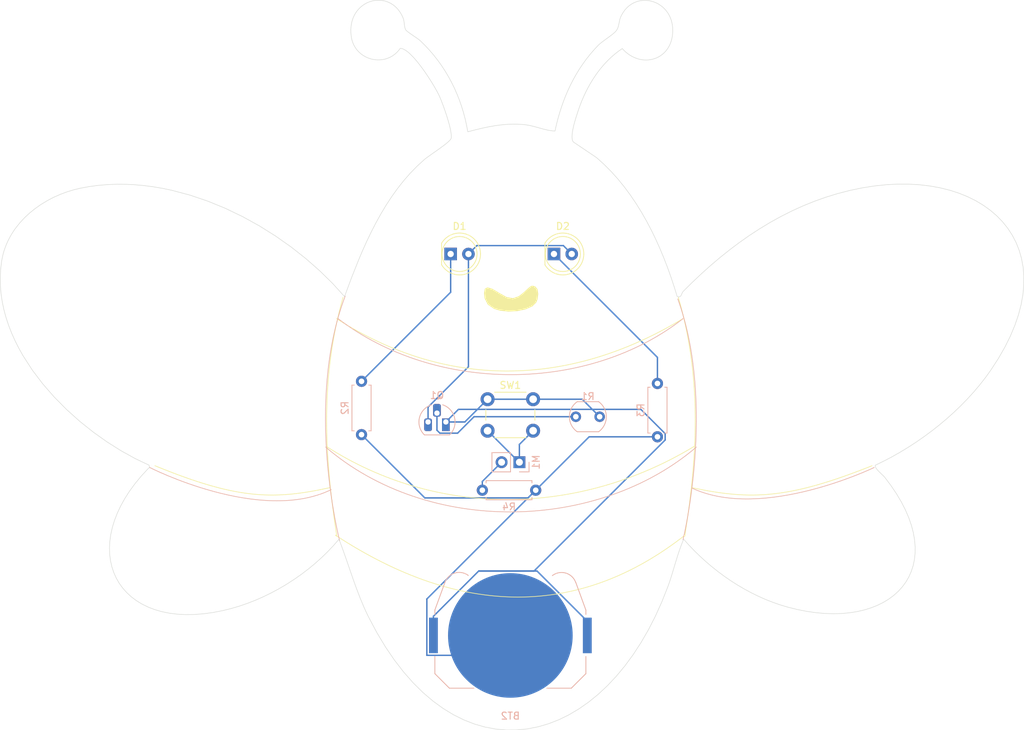
<source format=kicad_pcb>
(kicad_pcb (version 20241229) (generator "pcbnew") (generator_version "9.0")
  (layers (0 "F.Cu" signal) (2 "B.Cu" signal) (13 "F.Paste" user) (15 "B.Paste" user) (5 "F.SilkS" user "F.Silkscreen") (7 "B.SilkS" user "B.Silkscreen") (1 "F.Mask" user) (3 "B.Mask" user) (25 "Edge.Cuts" user))
  (net 0 "")
  (net 1 "Net-(BT2-+)")
  (net 2 "Net-(BT2--)")
  (net 3 "Net-(D1-K)")
  (net 4 "Net-(D1-A)")
  (net 5 "Net-(D2-K)")
  (net 6 "Net-(M1--)")
  (net 7 "Net-(M1-+)")
  (net 8 "Net-(Q1-B)")
  (footprint "LOGO" (layer "F.Cu") (at 139.25 97.25)
    (property "Reference" "G***" (hide yes))
    (property "Value" "LOGO" (hide yes))
    (fp_poly (pts (xy 3.226735 -11.638215) (xy 3.320237 -11.601921) (xy 3.629811 -11.228957) (xy 3.738327 -10.553634) (xy 3.634185 -9.773642) (xy 3.454268 -9.317683) (xy 2.883584 -8.757872) (xy 1.933985 -8.340517) (xy 0.747388 -8.086928) (xy -0.534287 -8.018411) (xy -1.769125 -8.156275) (xy -2.585791 -8.410812) (xy -3.474942 -9.01922) (xy -3.929659 -9.911627) (xy -4.010527 -10.67716) (xy -3.891711 -11.281646) (xy -3.513558 -11.487114) (xy -2.843511 -11.293899) (xy -1.849013 -10.70234) (xy -1.844971 -10.699602) (xy -0.771962 -10.098903) (xy 0.115779 -9.936913) (xy 0.945205 -10.218221) (xy 1.719532 -10.828421) (xy 2.324944 -11.394696) (xy 2.680743 -11.671448) (xy 2.932738 -11.729135)) (fill yes) (layer "F.SilkS"))
  )
  (footprint "LED_THT:LED_D5.0mm" (layer "F.Cu") (at 130.475 81)
    (property "Reference" "D1" (at 1.27 -3.96 0) (layer "F.SilkS"))
    (property "Value" "LED")
    (fp_line (start -1.29 -1.545) (end -1.29 1.545) (stroke (width 0.12)) (layer "F.SilkS"))
    (fp_arc (start -1.29 -1.54483) (mid 2.071779 -2.880495) (end 4.26 0) (stroke (width 0.12)) (layer "F.SilkS"))
    (fp_arc (start 4.26 0) (mid 2.071779 2.880495) (end -1.29 1.54483) (stroke (width 0.12)) (layer "F.SilkS"))
    (fp_circle (center 1.27 0) (end 3.77 0) (stroke (width 0.12)) (fill no) (layer "F.SilkS"))
    (pad "1" thru_hole rect (at 0 0) (size 1.8 1.8) (drill 0.9) (layers "*.Cu" "*.Mask") (net 3 "Net-(D1-K)"))
    (pad "2" thru_hole circle (at 2.54 0) (size 1.8 1.8) (drill 0.9) (layers "*.Cu" "*.Mask") (net 4 "Net-(D1-A)"))
  )
  (footprint "LED_THT:LED_D5.0mm" (layer "F.Cu") (at 145.225 81)
    (property "Reference" "D2" (at 1.27 -3.96 0) (layer "F.SilkS"))
    (property "Value" "LED")
    (fp_line (start -1.29 -1.545) (end -1.29 1.545) (stroke (width 0.12)) (layer "F.SilkS"))
    (fp_arc (start -1.29 -1.54483) (mid 2.071779 -2.880495) (end 4.26 0) (stroke (width 0.12)) (layer "F.SilkS"))
    (fp_arc (start 4.26 0) (mid 2.071779 2.880495) (end -1.29 1.54483) (stroke (width 0.12)) (layer "F.SilkS"))
    (fp_circle (center 1.27 0) (end 3.77 0) (stroke (width 0.12)) (fill no) (layer "F.SilkS"))
    (pad "1" thru_hole rect (at 0 0) (size 1.8 1.8) (drill 0.9) (layers "*.Cu" "*.Mask") (net 5 "Net-(D2-K)"))
    (pad "2" thru_hole circle (at 2.54 0) (size 1.8 1.8) (drill 0.9) (layers "*.Cu" "*.Mask") (net 4 "Net-(D1-A)"))
  )
  (footprint "Button_Switch_THT:SW_PUSH_6mm" (layer "F.Cu") (at 135.75 101.75)
    (property "Reference" "SW1" (at 3.25 -2 0) (layer "F.SilkS"))
    (property "Value" "SW_Push")
    (fp_line (start -0.25 1.5) (end -0.25 3) (stroke (width 0.12)) (layer "F.SilkS"))
    (fp_line (start 1 5.5) (end 5.5 5.5) (stroke (width 0.12)) (layer "F.SilkS"))
    (fp_line (start 5.5 -1) (end 1 -1) (stroke (width 0.12)) (layer "F.SilkS"))
    (fp_line (start 6.75 3) (end 6.75 1.5) (stroke (width 0.12)) (layer "F.SilkS"))
    (pad "1" thru_hole circle (at 0 0 90) (size 2 2) (drill 1.1) (layers "*.Cu" "*.Mask") (net 1 "Net-(BT2-+)"))
    (pad "1" thru_hole circle (at 6.5 0 90) (size 2 2) (drill 1.1) (layers "*.Cu" "*.Mask") (net 1 "Net-(BT2-+)"))
    (pad "2" thru_hole circle (at 0 4.5 90) (size 2 2) (drill 1.1) (layers "*.Cu" "*.Mask") (net 7 "Net-(M1-+)"))
    (pad "2" thru_hole circle (at 6.5 4.5 90) (size 2 2) (drill 1.1) (layers "*.Cu" "*.Mask") (net 7 "Net-(M1-+)"))
  )
  (footprint "Battery:BatteryHolder_Keystone_3034_1x20mm" (layer "B.Cu") (at 139 135.5)
    (property "Reference" "BT2" (at 0 11.5 0) (layer "B.SilkS") (effects (justify mirror)))
    (property "Value" "Battery_Cell")
    (fp_line (start -10.78 -3.63) (end -9.34 -7.58) (stroke (width 0.12)) (layer "B.SilkS"))
    (fp_line (start -10.78 -3) (end -10.78 -3.63) (stroke (width 0.12)) (layer "B.SilkS"))
    (fp_line (start -10.78 5.46) (end -10.78 3) (stroke (width 0.12)) (layer "B.SilkS"))
    (fp_line (start -8.7 7.54) (end -10.78 5.46) (stroke (width 0.12)) (layer "B.SilkS"))
    (fp_line (start -5.2 7.54) (end -8.7 7.54) (stroke (width 0.12)) (layer "B.SilkS"))
    (fp_line (start 8.7 7.54) (end 5.2 7.54) (stroke (width 0.12)) (layer "B.SilkS"))
    (fp_line (start 8.7 7.54) (end 10.78 5.46) (stroke (width 0.12)) (layer "B.SilkS"))
    (fp_line (start 10.78 -3.63) (end 9.34 -7.58) (stroke (width 0.12)) (layer "B.SilkS"))
    (fp_line (start 10.78 -3) (end 10.78 -3.63) (stroke (width 0.12)) (layer "B.SilkS"))
    (fp_line (start 10.78 5.46) (end 10.78 3) (stroke (width 0.12)) (layer "B.SilkS"))
    (fp_arc (start -9.34 -7.58) (mid -7.921654 -8.918738) (end -6.003354 -8.56653) (stroke (width 0.12)) (layer "B.SilkS"))
    (fp_arc (start 6 -8.55) (mid 7.90634 -8.911669) (end 9.325243 -7.588169) (stroke (width 0.12)) (layer "B.SilkS"))
    (pad "1" smd rect (at -10.985 0) (size 1.27 5.08) (layers "B.Cu" "B.Mask" "B.Paste") (net 1 "Net-(BT2-+)"))
    (pad "1" smd rect (at 10.985 0) (size 1.27 5.08) (layers "B.Cu" "B.Mask" "B.Paste") (net 1 "Net-(BT2-+)"))
    (pad "2" smd circle (at 0 0) (size 17.8 17.8) (layers "B.Cu" "B.Mask") (net 2 "Net-(BT2--)"))
  )
  (footprint "Resistor_THT:R_Axial_DIN0207_L6.3mm_D2.5mm_P7.62mm_Horizontal" (layer "B.Cu") (at 117.75 99.19 -90)
    (property "Reference" "R2" (at 3.81 2.37 90) (layer "B.SilkS") (effects (justify mirror)))
    (property "Value" "R")
    (fp_line (start 0.54 1.37) (end 7.08 1.37) (stroke (width 0.12)) (layer "B.SilkS"))
    (fp_line (start 7.08 1.37) (end 7.08 1.04) (stroke (width 0.12)) (layer "B.SilkS"))
    (fp_line (start 0.54 1.04) (end 0.54 1.37) (stroke (width 0.12)) (layer "B.SilkS"))
    (fp_line (start 0.54 -1.04) (end 0.54 -1.37) (stroke (width 0.12)) (layer "B.SilkS"))
    (fp_line (start 0.54 -1.37) (end 7.08 -1.37) (stroke (width 0.12)) (layer "B.SilkS"))
    (fp_line (start 7.08 -1.37) (end 7.08 -1.04) (stroke (width 0.12)) (layer "B.SilkS"))
    (pad "1" thru_hole circle (at 0 0 270) (size 1.6 1.6) (drill 0.8) (layers "*.Cu" "*.Mask") (net 3 "Net-(D1-K)"))
    (pad "2" thru_hole circle (at 7.62 0 270) (size 1.6 1.6) (drill 0.8) (layers "*.Cu" "*.Mask") (net 2 "Net-(BT2--)"))
  )
  (footprint "Resistor_THT:R_Axial_DIN0207_L6.3mm_D2.5mm_P7.62mm_Horizontal" (layer "B.Cu") (at 135 114.75)
    (property "Reference" "R4" (at 3.81 2.37 0) (layer "B.SilkS") (effects (justify mirror)))
    (property "Value" "R")
    (fp_line (start 0.54 -1.37) (end 7.08 -1.37) (stroke (width 0.12)) (layer "B.SilkS"))
    (fp_line (start 0.54 -1.04) (end 0.54 -1.37) (stroke (width 0.12)) (layer "B.SilkS"))
    (fp_line (start 0.54 1.04) (end 0.54 1.37) (stroke (width 0.12)) (layer "B.SilkS"))
    (fp_line (start 0.54 1.37) (end 7.08 1.37) (stroke (width 0.12)) (layer "B.SilkS"))
    (fp_line (start 7.08 -1.37) (end 7.08 -1.04) (stroke (width 0.12)) (layer "B.SilkS"))
    (fp_line (start 7.08 1.37) (end 7.08 1.04) (stroke (width 0.12)) (layer "B.SilkS"))
    (pad "1" thru_hole circle (at 0 0) (size 1.6 1.6) (drill 0.8) (layers "*.Cu" "*.Mask") (net 6 "Net-(M1--)"))
    (pad "2" thru_hole circle (at 7.62 0) (size 1.6 1.6) (drill 0.8) (layers "*.Cu" "*.Mask") (net 2 "Net-(BT2--)"))
  )
  (footprint "Connector_PinHeader_2.54mm:PinHeader_1x02_P2.54mm_Vertical" (layer "B.Cu") (at 140.29 110.75 90)
    (property "Reference" "M1" (at 0 2.38 90) (layer "B.SilkS") (effects (justify mirror)))
    (property "Value" "Motor_DC")
    (fp_line (start -1.38 -3.92) (end 1.38 -3.92) (stroke (width 0.12)) (layer "B.SilkS"))
    (fp_line (start 1.38 -1.27) (end 1.38 -3.92) (stroke (width 0.12)) (layer "B.SilkS"))
    (fp_line (start -1.38 -1.27) (end -1.38 -3.92) (stroke (width 0.12)) (layer "B.SilkS"))
    (fp_line (start -1.38 -1.27) (end 1.38 -1.27) (stroke (width 0.12)) (layer "B.SilkS"))
    (fp_line (start -1.38 0) (end -1.38 1.38) (stroke (width 0.12)) (layer "B.SilkS"))
    (fp_line (start -1.38 1.38) (end 0 1.38) (stroke (width 0.12)) (layer "B.SilkS"))
    (pad "1" thru_hole rect (at 0 0 90) (size 1.7 1.7) (drill 1) (layers "*.Cu" "*.Mask") (net 7 "Net-(M1-+)"))
    (pad "2" thru_hole circle (at 0 -2.54 90) (size 1.7 1.7) (drill 1) (layers "*.Cu" "*.Mask") (net 6 "Net-(M1--)"))
  )
  (footprint "Resistor_THT:R_Axial_DIN0207_L6.3mm_D2.5mm_P7.62mm_Horizontal" (layer "B.Cu") (at 160 99.5 -90)
    (property "Reference" "R3" (at 3.81 2.37 90) (layer "B.SilkS") (effects (justify mirror)))
    (property "Value" "R")
    (fp_line (start 0.54 1.37) (end 7.08 1.37) (stroke (width 0.12)) (layer "B.SilkS"))
    (fp_line (start 7.08 1.37) (end 7.08 1.04) (stroke (width 0.12)) (layer "B.SilkS"))
    (fp_line (start 0.54 1.04) (end 0.54 1.37) (stroke (width 0.12)) (layer "B.SilkS"))
    (fp_line (start 0.54 -1.04) (end 0.54 -1.37) (stroke (width 0.12)) (layer "B.SilkS"))
    (fp_line (start 0.54 -1.37) (end 7.08 -1.37) (stroke (width 0.12)) (layer "B.SilkS"))
    (fp_line (start 7.08 -1.37) (end 7.08 -1.04) (stroke (width 0.12)) (layer "B.SilkS"))
    (pad "1" thru_hole circle (at 0 0 270) (size 1.6 1.6) (drill 0.8) (layers "*.Cu" "*.Mask") (net 5 "Net-(D2-K)"))
    (pad "2" thru_hole circle (at 7.62 0 270) (size 1.6 1.6) (drill 0.8) (layers "*.Cu" "*.Mask") (net 2 "Net-(BT2--)"))
  )
  (footprint "Package_TO_SOT_THT:TO-92L_HandSolder" (layer "B.Cu") (at 129.79 105 180)
    (property "Reference" "Q1" (at 1.27 3.8 0) (layer "B.SilkS") (effects (justify mirror)))
    (property "Value" "PNP")
    (fp_line (start -0.53 -1.85) (end 3.07 -1.85) (stroke (width 0.12)) (layer "B.SilkS"))
    (fp_arc (start 3.078445 -1.827684) (mid 3.769932 0.601036) (end 2.05 2.45) (stroke (width 0.12)) (layer "B.SilkS"))
    (fp_arc (start 0.45 2.45) (mid -1.247297 0.581475) (end -0.541453 -1.842156) (stroke (width 0.12)) (layer "B.SilkS"))
    (pad "1" thru_hole rect (at 0 0 180) (size 1.1 1.8) (drill 0.75 (offset 0 -0.4)) (layers "*.Cu" "*.Mask") (net 1 "Net-(BT2-+)"))
    (pad "2" thru_hole roundrect (at 1.27 1.27 180) (size 1.1 1.8) (drill 0.75 (offset 0 0.4)) (layers "*.Cu" "*.Mask") (net 8 "Net-(Q1-B)"))
    (pad "3" thru_hole roundrect (at 2.54 0 180) (size 1.1 1.8) (drill 0.75 (offset 0 -0.4)) (layers "*.Cu" "*.Mask") (net 4 "Net-(D1-A)"))
  )
  (footprint "OptoDevice:R_LDR_5.1x4.3mm_P3.4mm_Vertical" (layer "B.Cu") (at 151.75 104.25 180)
    (property "Reference" "R1" (at 1.7 2.9 0) (layer "B.SilkS") (effects (justify mirror)))
    (property "Value" "R_Photo")
    (fp_line (start 0.15 2.15) (end 3.2 2.15) (stroke (width 0.12)) (layer "B.SilkS"))
    (fp_line (start 0.15 -2.15) (end 3.2 -2.15) (stroke (width 0.12)) (layer "B.SilkS"))
    (fp_arc (start 3.244513 -2.118249) (mid 4.321403 0.027338) (end 3.2 2.15) (stroke (width 0.12)) (layer "B.SilkS"))
    (fp_arc (start 0.171766 2.165525) (mid -0.950438 0.013368) (end 0.15 -2.15) (stroke (width 0.12)) (layer "B.SilkS"))
    (pad "1" thru_hole circle (at 0 0 180) (size 1.5 1.5) (drill 0.8) (layers "*.Cu" "*.Mask") (net 1 "Net-(BT2-+)"))
    (pad "2" thru_hole circle (at 3.4 0 180) (size 1.5 1.5) (drill 0.8) (layers "*.Cu" "*.Mask") (net 8 "Net-(Q1-B)"))
  )
  (gr_line (start 114.220599 121.319382) (end 114.047906 121.187088) (stroke (width 0.1)) (layer "F.SilkS"))
  (gr_curve (pts (xy 112.71811 108.487091) (xy 128.542599 118.673548) (xy 148.622357 118.541256) (xy 165.244801 108.487091)) (stroke (width 0.1)) (layer "F.SilkS"))
  (gr_curve (pts (xy 190.643742 111.25) (xy 178.851262 115.953368) (xy 173.43948 116.217686) (xy 164.950589 114.388621)) (stroke (width 0.1)) (layer "F.SilkS"))
  (gr_curve (pts (xy 114.180886 90.230842) (xy 129.606488 100.152716) (xy 147.026654 100.285008) (xy 163.649098 90.230842)) (stroke (width 0.1)) (layer "F.SilkS"))
  (gr_line (start 163.915005 121.187088) (end 163.901784 121.319382) (stroke (width 0.1)) (layer "F.SilkS"))
  (gr_curve (pts (xy 162.984204 87.188133) (xy 166.162907 98.146328) (xy 165.904416 108.798161) (xy 163.901784 121.319382)) (stroke (width 0.1)) (layer "F.SilkS"))
  (gr_curve (pts (xy 115.111823 87.188133) (xy 112.024691 98.146328) (xy 112.275593 108.798161) (xy 114.220599 121.319382)) (stroke (width 0.1)) (layer "F.SilkS"))
  (gr_curve (pts (xy 114.047906 121.187088) (xy 132.000172 132.961048) (xy 148.888264 132.961048) (xy 163.915005 121.187088)) (stroke (width 0.1)) (layer "F.SilkS"))
  (gr_curve (pts (xy 88.25 111.25) (xy 99.702304 115.953368) (xy 104.958066 116.217686) (xy 113.202138 114.388621)) (stroke (width 0.1)) (layer "F.SilkS"))
  (gr_curve (pts (xy 87.5 111.5) (xy 87.5 111.5) (xy 103.321183 119.609213) (xy 113.429165 114.664415)) (stroke (width 0.1)) (layer "B.SilkS"))
  (gr_curve (pts (xy 114.355208 90.201043) (xy 128.510415 101.048959) (xy 150.206246 100.784375) (xy 163.699994 90.201043)) (stroke (width 0.1)) (layer "B.SilkS"))
  (gr_curve (pts (xy 162.906247 87.422918) (xy 168.386563 102.536235) (xy 163.653699 121.81875) (xy 163.653699 121.81875)) (stroke (width 0.1)) (layer "B.SilkS"))
  (gr_curve (pts (xy 112.635415 108.589582) (xy 127.356568 121.251219) (xy 151.493977 120.618334) (xy 165.552083 108.589582)) (stroke (width 0.1)) (layer "B.SilkS"))
  (gr_curve (pts (xy 115.41354 87.026043) (xy 109.592707 102.371876) (xy 114.61979 121.95104) (xy 114.61979 121.95104)) (stroke (width 0.1)) (layer "B.SilkS"))
  (gr_curve (pts (xy 190.952077 111.5) (xy 190.952077 111.5) (xy 175.130787 119.158628) (xy 165.022915 114.488733)) (stroke (width 0.1)) (layer "B.SilkS"))
  (gr_poly (pts (xy 120.673237 44.774136) (xy 121.002851 44.835088) (xy 121.327381 44.927466) (xy 121.644737 45.051756) (xy 121.952829 45.208445) (xy 122.24957 45.39802) (xy 122.53287 45.620968) (xy 122.800639 45.877776) (xy 123.05079 46.16893) (xy 123.281232 46.494918) (xy 123.489878 46.856226) (xy 123.674637 47.253341) (xy 123.714411 47.360015) (xy 123.747655 47.47029) (xy 123.775331 47.583429) (xy 123.798401 47.698693) (xy 123.817826 47.815342) (xy 123.834568 47.932639) (xy 123.863848 48.16622) (xy 123.893934 48.393525) (xy 123.911684 48.502977) (xy 123.93252 48.608644) (xy 123.957403 48.709788) (xy 123.987296 48.805669) (xy 124.02316 48.895549) (xy 124.043632 48.938007) (xy 124.065956 48.978689) (xy 124.086133 49.008342) (xy 124.113537 49.041076) (xy 124.18832 49.115067) (xy 124.286893 49.199233) (xy 124.405843 49.292142) (xy 124.691226 49.498466) (xy 125.017167 49.722598) (xy 125.681523 50.178504) (xy 125.965337 50.38739) (xy 126.083209 50.482059) (xy 126.180508 50.568306) (xy 126.848936 51.230862) (xy 127.484841 51.917548) (xy 128.088133 52.627428) (xy 128.658721 53.359564) (xy 129.196513 54.113022) (xy 129.70142 54.886865) (xy 130.173351 55.680157) (xy 130.612215 56.491962) (xy 131.017921 57.321344) (xy 131.390379 58.167368) (xy 131.729497 59.029097) (xy 132.035186 59.905595) (xy 132.307354 60.795926) (xy 132.545912 61.699155) (xy 132.750767 62.614345) (xy 132.92183 63.54056) (xy 132.921552 63.540829) (xy 132.921414 63.540964) (xy 132.921347 63.541031) (xy 132.92128 63.541098) (xy 133.923346 63.279645) (xy 134.914793 63.0402) (xy 135.901248 62.830806) (xy 136.888338 62.659506) (xy 137.383881 62.590655) (xy 137.881693 62.534343) (xy 138.382477 62.491576) (xy 138.886938 62.463359) (xy 139.395778 62.450698) (xy 139.909702 62.454598) (xy 140.429412 62.476064) (xy 140.955612 62.516102) (xy 141.246728 62.55001) (xy 141.534219 62.595633) (xy 141.818428 62.651126) (xy 142.099698 62.714643) (xy 142.654795 62.858365) (xy 143.202259 63.012031) (xy 143.744837 63.160871) (xy 144.015151 63.228868) (xy 144.285275 63.29012) (xy 144.55555 63.342781) (xy 144.82632 63.385007) (xy 145.097929 63.41495) (xy 145.37072 63.430766) (xy 145.564162 62.572256) (xy 145.780015 61.722743) (xy 146.018954 60.882984) (xy 146.281656 60.053733) (xy 146.568794 59.235746) (xy 146.881046 58.429779) (xy 147.219086 57.636589) (xy 147.583591 56.85693) (xy 147.975235 56.091559) (xy 148.394694 55.341231) (xy 148.842643 54.606701) (xy 149.319759 53.888727) (xy 149.826717 53.188063) (xy 150.364191 52.505466) (xy 150.932859 51.841691) (xy 151.533394 51.197493) (xy 151.655103 51.079774) (xy 151.795624 50.956227) (xy 151.952024 50.827771) (xy 152.121369 50.695323) (xy 152.487155 50.422127) (xy 152.869506 50.143989) (xy 153.244949 49.868257) (xy 153.59001 49.602279) (xy 153.743811 49.475245) (xy 153.881214 49.353405) (xy 153.999283 49.237677) (xy 154.095085 49.128981) (xy 154.136722 49.074246) (xy 154.175371 49.018287) (xy 154.211195 48.961179) (xy 154.244355 48.902996) (xy 154.303336 48.783704) (xy 154.353612 48.661004) (xy 154.396483 48.535489) (xy 154.433246 48.407755) (xy 154.465201 48.278396) (xy 154.493647 48.148005) (xy 154.598311 47.628012) (xy 154.628691 47.501377) (xy 154.663354 47.377276) (xy 154.703599 47.256302) (xy 154.750725 47.13905) (xy 154.9297 46.775639) (xy 155.129602 46.443894) (xy 155.348683 46.143383) (xy 155.585197 45.873675) (xy 155.837392 45.634338) (xy 156.103523 45.42494) (xy 156.38184 45.245051) (xy 156.670595 45.094238) (xy 156.96804 44.972071) (xy 157.272426 44.878117) (xy 157.582006 44.811946) (xy 157.89503 44.773125) (xy 158.209751 44.761223) (xy 158.52442 44.775809) (xy 158.83729 44.81645) (xy 159.14661 44.882717) (xy 159.450635 44.974176) (xy 159.747615 45.090397) (xy 160.035801 45.230948) (xy 160.313446 45.395397) (xy 160.578802 45.583313) (xy 160.830119 45.794265) (xy 161.06565 46.027821) (xy 161.283646 46.283549) (xy 161.48236 46.561018) (xy 161.660042 46.859796) (xy 161.814945 47.179453) (xy 161.94532 47.519556) (xy 162.049419 47.879673) (xy 162.125494 48.259374) (xy 162.171796 48.658227) (xy 162.186577 49.0758) (xy 162.172156 49.464649) (xy 162.132588 49.836414) (xy 162.069028 50.190815) (xy 161.98263 50.527571) (xy 161.874549 50.846399) (xy 161.745939 51.14702) (xy 161.597954 51.429151) (xy 161.431749 51.692512) (xy 161.248478 51.936822) (xy 161.049295 52.161799) (xy 160.835355 52.367161) (xy 160.607812 52.552629) (xy 160.36782 52.717921) (xy 160.116534 52.862755) (xy 159.855108 52.98685) (xy 159.584696 53.089926) (xy 159.306453 53.1717) (xy 159.021533 53.231892) (xy 158.73109 53.270221) (xy 158.43628 53.286406) (xy 158.138255 53.280164) (xy 157.83817 53.251216) (xy 157.537181 53.199279) (xy 157.23644 53.124073) (xy 156.937103 53.025317) (xy 156.640324 52.902729) (xy 156.347257 52.756028) (xy 156.059056 52.584933) (xy 155.776876 52.389163) (xy 155.501871 52.168436) (xy 155.235196 51.922472) (xy 154.978005 51.650989) (xy 154.42117 52.039918) (xy 153.886425 52.459179) (xy 153.373769 52.906824) (xy 152.883203 53.380901) (xy 152.414728 53.87946) (xy 151.968342 54.400551) (xy 151.544048 54.942224) (xy 151.141845 55.502528) (xy 150.761734 56.079513) (xy 150.403714 56.67123) (xy 150.067787 57.275726) (xy 149.753953 57.891054) (xy 149.462212 58.515261) (xy 149.192565 59.146398) (xy 148.945011 59.782515) (xy 148.719551 60.421661) (xy 148.384633 61.447463) (xy 148.187988 62.114195) (xy 148.094249 62.46428) (xy 148.008091 62.817232) (xy 147.93291 63.166837) (xy 147.872099 63.506886) (xy 147.829052 63.831168) (xy 147.807165 64.133472) (xy 147.809831 64.407586) (xy 147.821432 64.532132) (xy 147.840444 64.647301) (xy 147.867292 64.752318) (xy 147.9024 64.846406) (xy 147.946192 64.928788) (xy 147.999092 64.998688) (xy 151.315651 67.237326) (xy 152.382322 68.199283) (xy 153.396443 69.21959) (xy 154.359344 70.293705) (xy 155.272357 71.417086) (xy 156.136814 72.585192) (xy 156.954045 73.79348) (xy 157.725382 75.037408) (xy 158.452156 76.312435) (xy 159.135699 77.614019) (xy 159.777342 78.937617) (xy 160.378416 80.278688) (xy 160.940252 81.632689) (xy 161.464182 82.995079) (xy 161.951537 84.361316) (xy 162.403648 85.726858) (xy 162.821846 87.087162) (xy 162.883619 87.102182) (xy 162.940671 87.112832) (xy 162.993256 87.119292) (xy 163.041633 87.12174) (xy 163.086056 87.120356) (xy 163.126783 87.115319) (xy 163.164069 87.106807) (xy 163.198171 87.095001) (xy 163.229344 87.080078) (xy 163.257846 87.062218) (xy 163.283932 87.0416) (xy 163.307859 87.018404) (xy 163.329883 86.992807) (xy 163.350259 86.96499) (xy 163.387097 86.903408) (xy 163.420421 86.835093) (xy 163.452282 86.761476) (xy 163.519815 86.604064) (xy 163.559586 86.523136) (xy 163.606093 86.442635) (xy 163.632514 86.402993) (xy 163.661387 86.363995) (xy 163.692969 86.32582) (xy 163.727516 86.288647) (xy 164.980109 85.047628) (xy 166.260963 83.837951) (xy 167.570631 82.662701) (xy 168.909667 81.524961) (xy 170.278625 80.427816) (xy 171.67806 79.374349) (xy 173.108524 78.367644) (xy 174.570572 77.410785) (xy 176.064758 76.506857) (xy 177.591635 75.658943) (xy 179.151757 74.870126) (xy 180.745678 74.143492) (xy 182.373952 73.482123) (xy 184.037132 72.889104) (xy 185.735773 72.367519) (xy 187.470429 71.920451) (xy 189.238405 71.5527) (xy 190.969412 71.280832) (xy 192.659797 71.102808) (xy 194.305907 71.01659) (xy 195.904089 71.020139) (xy 197.450693 71.111416) (xy 198.942065 71.288383) (xy 200.374553 71.549001) (xy 201.744504 71.891232) (xy 203.048266 72.313038) (xy 204.282187 72.812379) (xy 205.442614 73.387217) (xy 206.525895 74.035514) (xy 207.528377 74.755232) (xy 208.446409 75.54433) (xy 209.276337 76.400772) (xy 210.01451 77.322519) (xy 210.657274 78.307531) (xy 211.200978 79.353771) (xy 211.641969 80.4592) (xy 211.976595 81.621779) (xy 212.201203 82.839471) (xy 212.312142 84.110235) (xy 212.305757 85.432034) (xy 212.178398 86.80283) (xy 211.926412 88.220583) (xy 211.546146 89.683256) (xy 211.033948 91.188809) (xy 210.386166 92.735204) (xy 209.599147 94.320403) (xy 208.669239 95.942366) (xy 207.592789 97.599057) (xy 206.82834 98.662302) (xy 206.013002 99.705148) (xy 205.150122 100.72582) (xy 204.243047 101.722541) (xy 203.295123 102.693536) (xy 202.309697 103.637026) (xy 201.290116 104.551237) (xy 200.239726 105.434392) (xy 199.161875 106.284716) (xy 198.059908 107.10043) (xy 196.937172 107.87976) (xy 195.797014 108.620929) (xy 194.642781 109.322162) (xy 193.47782 109.98168) (xy 192.305476 110.597709) (xy 191.129097 111.168473) (xy 191.108556 111.205144) (xy 191.096769 111.245299) (xy 191.093258 111.2887) (xy 191.097545 111.33511) (xy 191.109153 111.384291) (xy 191.127604 111.436006) (xy 191.152419 111.490018) (xy 191.183121 111.546089) (xy 191.219232 111.603982) (xy 191.260274 111.66346) (xy 191.35524 111.78622) (xy 191.464196 111.91247) (xy 191.583319 112.040312) (xy 191.708785 112.167847) (xy 191.836773 112.293177) (xy 192.085017 112.529623) (xy 192.297469 112.734462) (xy 192.380714 112.820281) (xy 192.443543 112.892502) (xy 193.350954 114.098593) (xy 194.146427 115.283301) (xy 194.832518 116.444727) (xy 195.411782 117.580972) (xy 195.886775 118.690137) (xy 196.260053 119.770323) (xy 196.534172 120.819633) (xy 196.711686 121.836165) (xy 196.795153 122.818022) (xy 196.787127 123.763305) (xy 196.690165 124.670114) (xy 196.506822 125.536551) (xy 196.239653 126.360718) (xy 195.891215 127.140714) (xy 195.464063 127.874641) (xy 194.960753 128.560601) (xy 194.38384 129.196694) (xy 193.735881 129.781021) (xy 193.01943 130.311683) (xy 192.237045 130.786782) (xy 191.391279 131.204419) (xy 190.48469 131.562694) (xy 189.519832 131.85971) (xy 188.499262 132.093565) (xy 187.425535 132.262363) (xy 186.301207 132.364204) (xy 185.128834 132.39719) (xy 183.910971 132.35942) (xy 182.650173 132.248996) (xy 181.348998 132.06402) (xy 180.01 131.802593) (xy 178.635735 131.462815) (xy 177.565989 131.144825) (xy 176.507646 130.778889) (xy 175.462232 130.367028) (xy 174.431278 129.911264) (xy 173.416312 129.41362) (xy 172.418864 128.876116) (xy 171.440461 128.300775) (xy 170.482634 127.68962) (xy 169.546911 127.044671) (xy 168.63482 126.36795) (xy 167.747892 125.661481) (xy 166.887655 124.927284) (xy 166.055638 124.167382) (xy 165.253369 123.383797) (xy 164.482378 122.578549) (xy 163.744194 121.753663) (xy 163.57191 122.163304) (xy 163.409465 122.576563) (xy 163.109316 123.412204) (xy 162.834201 124.257129) (xy 162.574573 125.10788) (xy 162.063592 126.813032) (xy 161.793146 127.660518) (xy 161.5 128.5) (xy 160.640022 130.676501) (xy 159.708643 132.741969) (xy 158.709935 134.694346) (xy 157.647968 136.531575) (xy 156.526814 138.251597) (xy 155.350542 139.852354) (xy 154.123225 141.331789) (xy 152.848932 142.687843) (xy 151.531735 143.918459) (xy 150.175704 145.021578) (xy 148.784911 145.995143) (xy 147.363427 146.837095) (xy 145.915321 147.545377) (xy 144.444665 148.117931) (xy 142.955531 148.552698) (xy 141.451988 148.847621) (xy 139.938108 149.000642) (xy 138.417961 149.009703) (xy 136.895619 148.872746) (xy 135.375152 148.587713) (xy 133.860631 148.152545) (xy 132.356128 147.565186) (xy 130.865712 146.823576) (xy 129.393455 145.925659) (xy 127.943427 144.869376) (xy 126.5197 143.652669) (xy 125.126345 142.27348) (xy 123.767431 140.729751) (xy 122.447031 139.019425) (xy 121.169215 137.140442) (xy 119.938054 135.090746) (xy 118.757618 132.868279) (xy 118.432613 132.196833) (xy 118.123962 131.519299) (xy 117.548664 130.148531) (xy 117.017606 128.7611) (xy 116.516666 127.362133) (xy 115.548662 124.550087) (xy 115.053358 123.147259) (xy 114.531693 121.753396) (xy 113.743751 122.661611) (xy 112.909099 123.54345) (xy 112.030733 124.396802) (xy 111.111653 125.219556) (xy 110.154855 126.009599) (xy 109.163339 126.764822) (xy 108.140101 127.483113) (xy 107.088139 128.162362) (xy 106.010452 128.800456) (xy 104.910037 129.395285) (xy 103.789893 129.944738) (xy 102.653016 130.446703) (xy 101.502405 130.89907) (xy 100.341059 131.299728) (xy 99.171974 131.646565) (xy 97.998148 131.93747) (xy 96.566047 132.216887) (xy 95.191564 132.405455) (xy 93.876009 132.506381) (xy 92.620688 132.522869) (xy 91.42691 132.458125) (xy 90.295982 132.315353) (xy 89.229213 132.09776) (xy 88.227909 131.808549) (xy 87.293379 131.450927) (xy 86.426931 131.028098) (xy 85.629872 130.543267) (xy 84.903511 129.999641) (xy 84.249155 129.400423) (xy 83.668112 128.74882) (xy 83.161689 128.048036) (xy 82.731195 127.301277) (xy 82.377937 126.511747) (xy 82.103224 125.682652) (xy 81.908362 124.817198) (xy 81.794661 123.918588) (xy 81.763427 122.990029) (xy 81.815968 122.034726) (xy 81.953593 121.055884) (xy 82.177608 120.056708) (xy 82.489323 119.040403) (xy 82.890045 118.010174) (xy 83.38108 116.969227) (xy 83.963739 115.920767) (xy 84.639327 114.867998) (xy 85.409154 113.814127) (xy 86.274526 112.762358) (xy 87.236752 111.715897) (xy 87.271841 111.681207) (xy 87.304212 111.651538) (xy 87.360361 111.60302) (xy 87.383923 111.582048) (xy 87.404331 111.561851) (xy 87.421478 111.541369) (xy 87.428794 111.530688) (xy 87.435254 111.519538) (xy 87.440845 111.507786) (xy 87.445552 111.495299) (xy 87.449362 111.481944) (xy 87.452262 111.467589) (xy 87.454238 111.452101) (xy 87.455276 111.435347) (xy 87.455363 111.417195) (xy 87.454486 111.397511) (xy 87.449783 111.35302) (xy 87.441058 111.300812) (xy 87.428203 111.239826) (xy 87.41111 111.168999) (xy 85.431933 110.226615) (xy 83.428029 109.117839) (xy 81.42366 107.853249) (xy 79.44309 106.443421) (xy 77.51058 104.898934) (xy 75.650393 103.230364) (xy 73.886792 101.448288) (xy 72.244039 99.563284) (xy 70.746396 97.58593) (xy 69.418126 95.526801) (xy 68.825089 94.469877) (xy 68.283492 93.396476) (xy 67.79637 92.307921) (xy 67.366756 91.205532) (xy 66.997681 90.090633) (xy 66.69218 88.964546) (xy 66.453284 87.828592) (xy 66.284027 86.684095) (xy 66.187441 85.532376) (xy 66.166559 84.374757) (xy 66.224414 83.21256) (xy 66.364039 82.047108) (xy 66.457434 81.53224) (xy 66.575275 81.027718) (xy 66.716783 80.533723) (xy 66.881178 80.050436) (xy 67.067682 79.578038) (xy 67.275514 79.116709) (xy 67.503897 78.66663) (xy 67.752051 78.227983) (xy 68.019196 77.800948) (xy 68.304555 77.385705) (xy 68.926793 76.591323) (xy 69.612533 75.846283) (xy 70.355541 75.152032) (xy 71.149585 74.510016) (xy 71.988432 73.921683) (xy 72.865848 73.388479) (xy 73.775601 72.911851) (xy 74.711457 72.493246) (xy 75.667184 72.13411) (xy 76.636549 71.835891) (xy 77.613319 71.600035) (xy 78.893501 71.366012) (xy 80.182922 71.194988) (xy 81.480003 71.085296) (xy 82.783164 71.035267) (xy 84.090825 71.043231) (xy 85.401405 71.10752) (xy 86.713326 71.226465) (xy 88.025008 71.398398) (xy 89.334869 71.621649) (xy 90.641331 71.89455) (xy 93.237737 72.582626) (xy 95.801586 73.449276) (xy 98.320238 74.481149) (xy 100.781056 75.664894) (xy 103.171399 76.987163) (xy 105.478628 78.434603) (xy 107.690105 79.993866) (xy 109.79319 81.651599) (xy 111.775244 83.394455) (xy 113.623628 85.209081) (xy 115.325703 87.082127) (xy 116.304319 84.443901) (xy 117.362185 81.781763) (xy 117.928295 80.454052) (xy 118.523165 79.135152) (xy 119.14978 77.829995) (xy 119.81112 76.543509) (xy 120.51017 75.280625) (xy 121.249912 74.046272) (xy 122.033329 72.845381) (xy 122.863403 71.682882) (xy 123.743118 70.563703) (xy 124.675455 69.492777) (xy 125.663399 68.475031) (xy 126.709931 67.515397) (xy 126.872958 67.382757) (xy 127.081736 67.224778) (xy 127.606133 66.847852) (xy 128.869395 65.955478) (xy 129.486604 65.500232) (xy 129.764992 65.283512) (xy 130.013097 65.079079) (xy 130.223316 64.890695) (xy 130.388045 64.722121) (xy 130.450975 64.646439) (xy 130.499681 64.577121) (xy 130.533214 64.514637) (xy 130.550621 64.459458) (xy 130.56977 64.221556) (xy 130.556207 63.930015) (xy 130.513401 63.592406) (xy 130.444824 63.216302) (xy 130.353948 62.809273) (xy 130.244244 62.378893) (xy 129.982234 61.478366) (xy 129.686564 60.575296) (xy 129.385003 59.73026) (xy 129.105319 59.003834) (xy 128.875283 58.456593) (xy 128.723018 58.140219) (xy 128.514565 57.745048) (xy 128.256319 57.284793) (xy 127.954673 56.773165) (xy 127.616021 56.223878) (xy 127.246758 55.650644) (xy 126.853278 55.067174) (xy 126.441975 54.487182) (xy 126.019243 53.924379) (xy 125.591477 53.392479) (xy 125.16507 52.905193) (xy 124.746418 52.476233) (xy 124.541997 52.287911) (xy 124.341913 52.119312) (xy 124.146965 51.972152) (xy 123.957951 51.848143) (xy 123.775671 51.749) (xy 123.600925 51.676437) (xy 123.434511 51.632169) (xy 123.27723 51.617908) (xy 123.084729 51.876601) (xy 122.878324 52.112323) (xy 122.659236 52.325353) (xy 122.428686 52.515972) (xy 122.187895 52.68446) (xy 121.938083 52.831097) (xy 121.680473 52.956162) (xy 121.416283 53.059937) (xy 121.146735 53.1427) (xy 120.873051 53.204732) (xy 120.59645 53.246313) (xy 120.318155 53.267724) (xy 120.039384 53.269243) (xy 119.761361 53.251151) (xy 119.485304 53.213728) (xy 119.212436 53.157254) (xy 118.943977 53.082009) (xy 118.681147 52.988273) (xy 118.425169 52.876326) (xy 118.177262 52.746449) (xy 117.938648 52.59892) (xy 117.710546 52.434021) (xy 117.49418 52.252031) (xy 117.290768 52.05323) (xy 117.101531 51.837899) (xy 116.927692 51.606316) (xy 116.770471 51.358763) (xy 116.631087 51.095519) (xy 116.510763 50.816865) (xy 116.41072 50.523079) (xy 116.332177 50.214444) (xy 116.276356 49.891237) (xy 116.230191 49.404714) (xy 116.222811 48.939393) (xy 116.252127 48.49576) (xy 116.316049 48.074303) (xy 116.412488 47.675508) (xy 116.539355 47.299862) (xy 116.694562 46.947853) (xy 116.876019 46.619966) (xy 117.081637 46.316689) (xy 117.309328 46.038509) (xy 117.557002 45.785912) (xy 117.82257 45.559385) (xy 118.103943 45.359416) (xy 118.399033 45.18649) (xy 118.70575 45.041095) (xy 119.022005 44.923718) (xy 119.345709 44.834845) (xy 119.674773 44.774964) (xy 120.007109 44.744561) (xy 120.340626 44.744122)) (stroke (width 0.066145)) (fill no) (layer "Edge.Cuts"))
  (segment (start 161.101 107.57605) (end 142.37805 126.299) (width 0.2) (layer "B.Cu") (net 1))
  (segment (start 142.811179 126.299) (end 134.476 126.299) (width 0.2) (layer "B.Cu") (net 1))
  (segment (start 149.985 135.5) (end 149.985 133.472821) (width 0.2) (layer "B.Cu") (net 1))
  (segment (start 151.75 104.25) (end 149.25 101.75) (width 0.2) (layer "B.Cu") (net 1))
  (segment (start 149.25 101.75) (end 142.25 101.75) (width 0.2) (layer "B.Cu") (net 1))
  (segment (start 135.75 101.75) (end 132.5 105) (width 0.2) (layer "B.Cu") (net 1))
  (segment (start 142.37805 126.299) (end 134.476 126.299) (width 0.2) (layer "B.Cu") (net 1))
  (segment (start 128.015 132.76) (end 128.015 135.5) (width 0.2) (layer "B.Cu") (net 1))
  (segment (start 157.63605 103.199) (end 161.101 106.66395) (width 0.2) (layer "B.Cu") (net 1))
  (segment (start 149.985 133.472821) (end 142.811179 126.299) (width 0.2) (layer "B.Cu") (net 1))
  (segment (start 132.5 105) (end 129.79 105) (width 0.2) (layer "B.Cu") (net 1))
  (segment (start 161.101 106.66395) (end 161.101 107.57605) (width 0.2) (layer "B.Cu") (net 1))
  (segment (start 134.476 126.299) (end 128.015 132.76) (width 0.2) (layer "B.Cu") (net 1))
  (segment (start 142.25 101.75) (end 135.75 101.75) (width 0.2) (layer "B.Cu") (net 1))
  (segment (start 131.591 103.199) (end 157.63605 103.199) (width 0.2) (layer "B.Cu") (net 1))
  (segment (start 129.79 105) (end 131.591 103.199) (width 0.2) (layer "B.Cu") (net 1))
  (segment (start 141.519 115.851) (end 126.791 115.851) (width 0.2) (layer "B.Cu") (net 2))
  (segment (start 142.62 114.75) (end 141.519 115.851) (width 0.2) (layer "B.Cu") (net 2))
  (segment (start 136.159 138.341) (end 139 135.5) (width 0.2) (layer "B.Cu") (net 2))
  (segment (start 126.791 115.851) (end 117.75 106.81) (width 0.2) (layer "B.Cu") (net 2))
  (segment (start 142.62 114.75) (end 127.079 130.291) (width 0.2) (layer "B.Cu") (net 2))
  (segment (start 160 107.12) (end 150.25 107.12) (width 0.2) (layer "B.Cu") (net 2))
  (segment (start 150.25 107.12) (end 142.62 114.75) (width 0.2) (layer "B.Cu") (net 2))
  (segment (start 127.079 138.341) (end 136.159 138.341) (width 0.2) (layer "B.Cu") (net 2))
  (segment (start 127.079 130.291) (end 127.079 138.341) (width 0.2) (layer "B.Cu") (net 2))
  (segment (start 130.475 81) (end 130.475 86.465) (width 0.2) (layer "B.Cu") (net 3))
  (segment (start 130.475 86.465) (end 117.75 99.19) (width 0.2) (layer "B.Cu") (net 3))
  (segment (start 133.015 81) (end 134.216 79.799) (width 0.2) (layer "B.Cu") (net 4))
  (segment (start 134.216 79.799) (end 146.564 79.799) (width 0.2) (layer "B.Cu") (net 4))
  (segment (start 127.25 102.877794) (end 127.25 105) (width 0.2) (layer "B.Cu") (net 4))
  (segment (start 133.015 97.112794) (end 127.25 102.877794) (width 0.2) (layer "B.Cu") (net 4))
  (segment (start 146.564 79.799) (end 147.765 81) (width 0.2) (layer "B.Cu") (net 4))
  (segment (start 133.015 81) (end 133.015 97.112794) (width 0.2) (layer "B.Cu") (net 4))
  (segment (start 160 95.775) (end 145.225 81) (width 0.2) (layer "B.Cu") (net 5))
  (segment (start 160 99.5) (end 160 95.775) (width 0.2) (layer "B.Cu") (net 5))
  (segment (start 137.75 110.75) (end 135 113.5) (width 0.2) (layer "B.Cu") (net 6))
  (segment (start 135 113.5) (end 135 114.75) (width 0.2) (layer "B.Cu") (net 6))
  (segment (start 140.29 110.75) (end 140.25 110.75) (width 0.2) (layer "B.Cu") (net 7))
  (segment (start 140.29 110.75) (end 140.29 108.21) (width 0.2) (layer "B.Cu") (net 7))
  (segment (start 140.29 108.21) (end 142.25 106.25) (width 0.2) (layer "B.Cu") (net 7))
  (segment (start 140.25 110.75) (end 135.75 106.25) (width 0.2) (layer "B.Cu") (net 7))
  (segment (start 133.8171 104.25) (end 131.4661 106.601) (width 0.2) (layer "B.Cu") (net 8))
  (segment (start 128.52 106.182) (end 128.52 103.73) (width 0.2) (layer "B.Cu") (net 8))
  (segment (start 148.35 104.25) (end 133.8171 104.25) (width 0.2) (layer "B.Cu") (net 8))
  (segment (start 128.939 106.601) (end 128.52 106.182) (width 0.2) (layer "B.Cu") (net 8))
  (segment (start 131.4661 106.601) (end 128.939 106.601) (width 0.2) (layer "B.Cu") (net 8))
)
</source>
